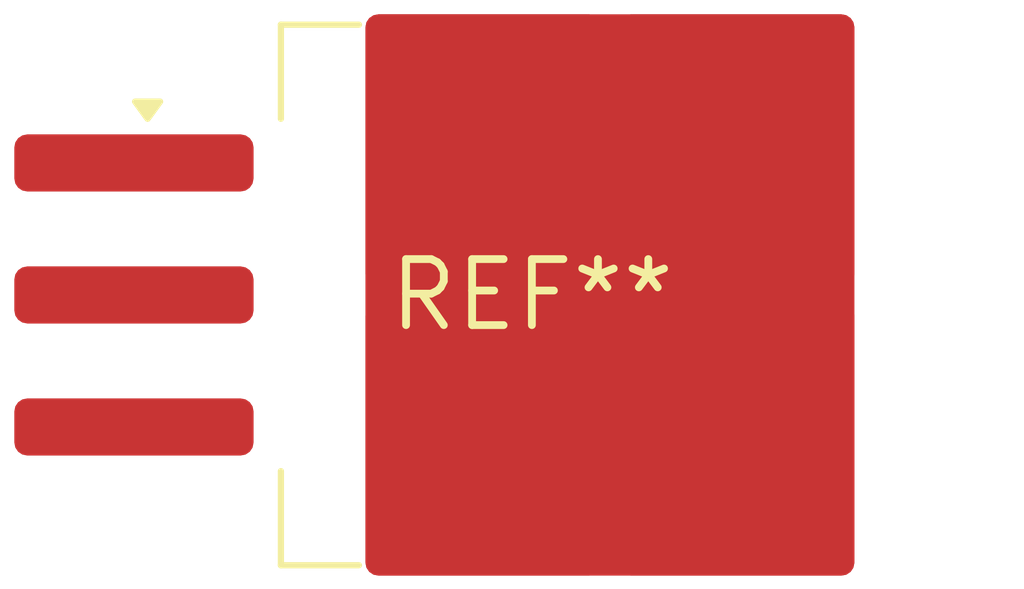
<source format=kicad_pcb>
(kicad_pcb (version 20240108) (generator pcbnew)
  (layers (0 "F.Cu" signal) (31 "B.Cu" signal) (34 "B.Paste" user) (35 "F.Paste" user) (36 "B.SilkS" user "B.Silkscreen") (37 "F.SilkS" user "F.Silkscreen") (38 "B.Mask" user) (39 "F.Mask" user) (44 "Edge.Cuts" user))
  (net 0 "")
  (footprint "TO-263-3_TabPin2" (layer "F.Cu") (at 0 0)
    (property "Reference" "REF**")
    (property "Value" "TO-263-3_TabPin2")
    (fp_line (start -4.825 -5.2) (end -4.825 -3.39) (layer "F.SilkS") (stroke (width 0.12)))
    (fp_line (start -4.825 5.2) (end -4.825 3.39) (layer "F.SilkS") (stroke (width 0.12)))
    (fp_line (start -3.325 -5.2) (end -4.825 -5.2) (layer "F.SilkS") (stroke (width 0.12)))
    (fp_line (start -3.325 5.2) (end -4.825 5.2) (layer "F.SilkS") (stroke (width 0.12)))
    (fp_poly (pts (xy -7.3875 -3.39) (xy -7.6275 -3.72) (xy -7.1475 -3.72) (xy -7.3875 -3.39)) (layer "F.SilkS") (stroke (width 0.12)) (fill solid))
    (pad "1" smd roundrect (at -7.65 -2.54) (size 4.6 1.1) (layers "F.Cu" "F.Paste" "F.Mask") (roundrect_rratio 0.227273))
    (pad "2" smd roundrect (at -7.65 0) (size 4.6 1.1) (layers "F.Cu" "F.Paste" "F.Mask") (roundrect_rratio 0.227273))
    (pad "2" smd roundrect (at -0.925 -2.775) (size 4.55 5.25) (layers "F.Cu" "F.Paste") (roundrect_rratio 0.054945))
    (pad "2" smd roundrect (at -0.925 2.775) (size 4.55 5.25) (layers "F.Cu" "F.Paste") (roundrect_rratio 0.054945))
    (pad "2" smd roundrect (at 1.5 0) (size 9.4 10.8) (layers "F.Cu" "F.Mask") (roundrect_rratio 0.026596))
    (pad "2" smd roundrect (at 3.925 -2.775) (size 4.55 5.25) (layers "F.Cu" "F.Paste") (roundrect_rratio 0.054945))
    (pad "2" smd roundrect (at 3.925 2.775) (size 4.55 5.25) (layers "F.Cu" "F.Paste") (roundrect_rratio 0.054945))
    (pad "3" smd roundrect (at -7.65 2.54) (size 4.6 1.1) (layers "F.Cu" "F.Paste" "F.Mask") (roundrect_rratio 0.227273))
  )
)
</source>
